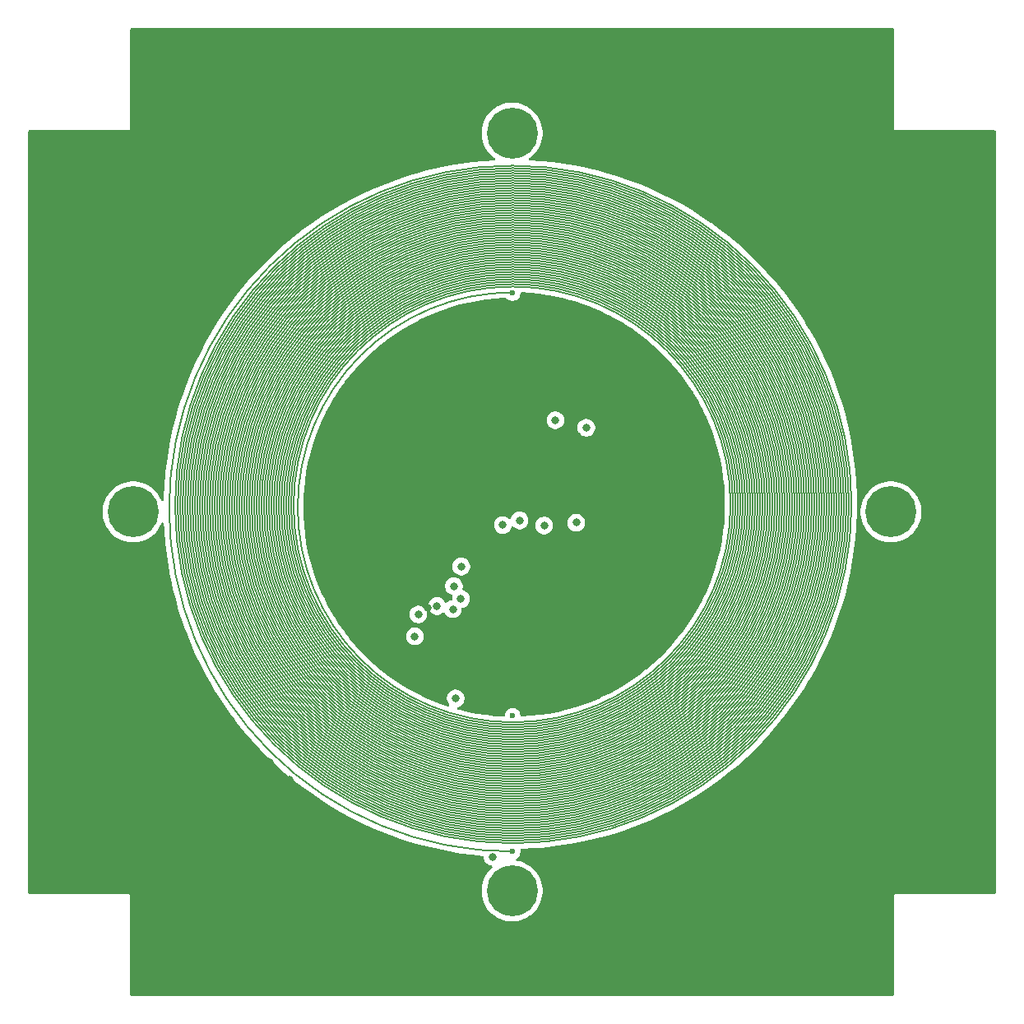
<source format=gbr>
%TF.GenerationSoftware,KiCad,Pcbnew,9.0.0*%
%TF.CreationDate,2025-03-12T18:23:27-07:00*%
%TF.ProjectId,Z_Face_V2,5a5f4661-6365-45f5-9632-2e6b69636164,3.1*%
%TF.SameCoordinates,Original*%
%TF.FileFunction,Copper,L3,Inr*%
%TF.FilePolarity,Positive*%
%FSLAX46Y46*%
G04 Gerber Fmt 4.6, Leading zero omitted, Abs format (unit mm)*
G04 Created by KiCad (PCBNEW 9.0.0) date 2025-03-12 18:23:27*
%MOMM*%
%LPD*%
G01*
G04 APERTURE LIST*
%TA.AperFunction,EtchedComponent*%
%ADD10C,0.127000*%
%TD*%
%TA.AperFunction,HeatsinkPad*%
%ADD11C,0.500000*%
%TD*%
%TA.AperFunction,ComponentPad*%
%ADD12C,0.600000*%
%TD*%
%TA.AperFunction,ComponentPad*%
%ADD13C,5.250000*%
%TD*%
%TA.AperFunction,ViaPad*%
%ADD14C,0.800000*%
%TD*%
G04 APERTURE END LIST*
D10*
%TO.C,REF\u002A\u002A*%
X149564000Y-49352780D02*
G75*
G02*
X149564000Y-119098780I7578J-34873000D01*
G01*
X149564000Y-49606780D02*
G75*
G02*
X149564000Y-118844780I0J-34619000D01*
G01*
X149564000Y-49860780D02*
G75*
G02*
X149564000Y-118590780I0J-34365000D01*
G01*
X149564000Y-50114780D02*
G75*
G02*
X149564000Y-118336780I0J-34111000D01*
G01*
X149564000Y-50368780D02*
G75*
G02*
X149564000Y-118082780I0J-33857000D01*
G01*
X149564000Y-50622780D02*
G75*
G02*
X149564000Y-117828780I0J-33603000D01*
G01*
X149564000Y-50876780D02*
G75*
G02*
X149564000Y-117574780I0J-33349000D01*
G01*
X149564000Y-51130780D02*
G75*
G02*
X149564000Y-117320780I0J-33095000D01*
G01*
X149564000Y-51384780D02*
G75*
G02*
X149564000Y-117066780I0J-32841000D01*
G01*
X149564000Y-51638780D02*
G75*
G02*
X149564000Y-116812780I0J-32587000D01*
G01*
X149564000Y-51892780D02*
G75*
G02*
X149564000Y-116558780I0J-32333000D01*
G01*
X149564000Y-52146780D02*
G75*
G02*
X149564000Y-116304780I0J-32079000D01*
G01*
X149564000Y-52400780D02*
G75*
G02*
X149564000Y-116050780I0J-31825000D01*
G01*
X149564000Y-52654780D02*
G75*
G02*
X149564000Y-115796780I0J-31571000D01*
G01*
X149564000Y-52908780D02*
G75*
G02*
X149564000Y-115542780I0J-31317000D01*
G01*
X149564000Y-53162780D02*
G75*
G02*
X149564000Y-115288780I0J-31063000D01*
G01*
X149564000Y-53416780D02*
G75*
G02*
X149564000Y-115034780I0J-30809000D01*
G01*
X149564000Y-53670780D02*
G75*
G02*
X149564000Y-114780780I0J-30555000D01*
G01*
X149564000Y-53924780D02*
G75*
G02*
X149564000Y-114526780I0J-30301000D01*
G01*
X149564000Y-54178780D02*
G75*
G02*
X149564000Y-114272780I0J-30047000D01*
G01*
X149564000Y-54432780D02*
G75*
G02*
X149564000Y-114018780I0J-29793000D01*
G01*
X149564000Y-54686780D02*
G75*
G02*
X149564000Y-113764780I0J-29539000D01*
G01*
X149564000Y-54940780D02*
G75*
G02*
X149564000Y-113510780I0J-29285000D01*
G01*
X149564000Y-55194780D02*
G75*
G02*
X149564000Y-113256780I0J-29031000D01*
G01*
X149564000Y-55448780D02*
G75*
G02*
X149564000Y-113002780I0J-28777000D01*
G01*
X149564000Y-55702780D02*
G75*
G02*
X149564000Y-112748780I0J-28523000D01*
G01*
X149564000Y-55956780D02*
G75*
G02*
X149564000Y-112494780I0J-28269000D01*
G01*
X149564000Y-56210780D02*
G75*
G02*
X149564000Y-112240780I0J-28015000D01*
G01*
X149564000Y-56464780D02*
G75*
G02*
X149564000Y-111986780I0J-27761000D01*
G01*
X149564000Y-56718780D02*
G75*
G02*
X149564000Y-111732780I0J-27507000D01*
G01*
X149564000Y-56972780D02*
G75*
G02*
X149564000Y-111478780I0J-27253000D01*
G01*
X149564000Y-57226780D02*
G75*
G02*
X149564000Y-111224780I0J-26999000D01*
G01*
X149564000Y-57480780D02*
G75*
G02*
X149564000Y-110970780I0J-26745000D01*
G01*
X149564000Y-57734780D02*
G75*
G02*
X149564000Y-110716780I0J-26491000D01*
G01*
X149564000Y-57988780D02*
G75*
G02*
X149564000Y-110462780I0J-26237000D01*
G01*
X149564000Y-58242780D02*
G75*
G02*
X149564000Y-110208780I0J-25983000D01*
G01*
X149564000Y-58496780D02*
G75*
G02*
X149564000Y-109954780I0J-25729000D01*
G01*
X149564000Y-58750780D02*
G75*
G02*
X149564000Y-109700780I0J-25475000D01*
G01*
X149564000Y-59004780D02*
G75*
G02*
X149564000Y-109446780I0J-25221000D01*
G01*
X149564000Y-59258780D02*
G75*
G02*
X149564000Y-109192780I0J-24967000D01*
G01*
X149564000Y-59512780D02*
G75*
G02*
X149564000Y-108938780I0J-24713000D01*
G01*
X149564000Y-59766780D02*
G75*
G02*
X149564000Y-108684780I0J-24459000D01*
G01*
X149564000Y-60020780D02*
G75*
G02*
X149564000Y-108430780I0J-24205000D01*
G01*
X149564000Y-60274780D02*
G75*
G02*
X149564000Y-108176780I0J-23951000D01*
G01*
X149564000Y-60528780D02*
G75*
G02*
X149564000Y-107922780I0J-23697000D01*
G01*
X149564000Y-60782780D02*
G75*
G02*
X149564000Y-107668780I0J-23443000D01*
G01*
X149564000Y-61036780D02*
G75*
G02*
X149564000Y-107414780I0J-23189000D01*
G01*
X149564000Y-61290780D02*
G75*
G02*
X149564000Y-107160780I0J-22935000D01*
G01*
X149564000Y-61544780D02*
G75*
G02*
X149564000Y-106906780I0J-22681000D01*
G01*
X149564000Y-61798780D02*
G75*
G02*
X149564000Y-106652780I0J-22427000D01*
G01*
X149564000Y-106652780D02*
G75*
G02*
X149564000Y-62398780I-2034J22127000D01*
G01*
X149564000Y-106906780D02*
G75*
G02*
X149564000Y-61798780I0J22554000D01*
G01*
X149564000Y-107160780D02*
G75*
G02*
X149564000Y-61544780I0J22808000D01*
G01*
X149564000Y-107414780D02*
G75*
G02*
X149564000Y-61290780I0J23062000D01*
G01*
X149564000Y-107668780D02*
G75*
G02*
X149564000Y-61036780I0J23316000D01*
G01*
X149564000Y-107922780D02*
G75*
G02*
X149564000Y-60782780I0J23570000D01*
G01*
X149564000Y-108176780D02*
G75*
G02*
X149564000Y-60528780I0J23824000D01*
G01*
X149564000Y-108430780D02*
G75*
G02*
X149564000Y-60274780I0J24078000D01*
G01*
X149564000Y-108684780D02*
G75*
G02*
X149564000Y-60020780I0J24332000D01*
G01*
X149564000Y-108938780D02*
G75*
G02*
X149564000Y-59766780I0J24586000D01*
G01*
X149564000Y-109192780D02*
G75*
G02*
X149564000Y-59512780I0J24840000D01*
G01*
X149564000Y-109446780D02*
G75*
G02*
X149564000Y-59258780I0J25094000D01*
G01*
X149564000Y-109700780D02*
G75*
G02*
X149564000Y-59004780I0J25348000D01*
G01*
X149564000Y-109954780D02*
G75*
G02*
X149564000Y-58750780I0J25602000D01*
G01*
X149564000Y-110208780D02*
G75*
G02*
X149564000Y-58496780I0J25856000D01*
G01*
X149564000Y-110462780D02*
G75*
G02*
X149564000Y-58242780I0J26110000D01*
G01*
X149564000Y-110716780D02*
G75*
G02*
X149564000Y-57988780I0J26364000D01*
G01*
X149564000Y-110970780D02*
G75*
G02*
X149564000Y-57734780I0J26618000D01*
G01*
X149564000Y-111224780D02*
G75*
G02*
X149564000Y-57480780I0J26872000D01*
G01*
X149564000Y-111478780D02*
G75*
G02*
X149564000Y-57226780I0J27126000D01*
G01*
X149564000Y-111732780D02*
G75*
G02*
X149564000Y-56972780I0J27380000D01*
G01*
X149564000Y-111986780D02*
G75*
G02*
X149564000Y-56718780I0J27634000D01*
G01*
X149564000Y-112240780D02*
G75*
G02*
X149564000Y-56464780I0J27888000D01*
G01*
X149564000Y-112494780D02*
G75*
G02*
X149564000Y-56210780I0J28142000D01*
G01*
X149564000Y-112748780D02*
G75*
G02*
X149564000Y-55956780I0J28396000D01*
G01*
X149564000Y-113002780D02*
G75*
G02*
X149564000Y-55702780I0J28650000D01*
G01*
X149564000Y-113256780D02*
G75*
G02*
X149564000Y-55448780I0J28904000D01*
G01*
X149564000Y-113510780D02*
G75*
G02*
X149564000Y-55194780I0J29158000D01*
G01*
X149564000Y-113764780D02*
G75*
G02*
X149564000Y-54940780I0J29412000D01*
G01*
X149564000Y-114018780D02*
G75*
G02*
X149564000Y-54686780I0J29666000D01*
G01*
X149564000Y-114272780D02*
G75*
G02*
X149564000Y-54432780I0J29920000D01*
G01*
X149564000Y-114526780D02*
G75*
G02*
X149564000Y-54178780I0J30174000D01*
G01*
X149564000Y-114780780D02*
G75*
G02*
X149564000Y-53924780I0J30428000D01*
G01*
X149564000Y-115034780D02*
G75*
G02*
X149564000Y-53670780I0J30682000D01*
G01*
X149564000Y-115288780D02*
G75*
G02*
X149564000Y-53416780I0J30936000D01*
G01*
X149564000Y-115542780D02*
G75*
G02*
X149564000Y-53162780I0J31190000D01*
G01*
X149564000Y-115796780D02*
G75*
G02*
X149564000Y-52908780I0J31444000D01*
G01*
X149564000Y-116050780D02*
G75*
G02*
X149564000Y-52654780I0J31698000D01*
G01*
X149564000Y-116304780D02*
G75*
G02*
X149564000Y-52400780I0J31952000D01*
G01*
X149564000Y-116558780D02*
G75*
G02*
X149564000Y-52146780I0J32206000D01*
G01*
X149564000Y-116812780D02*
G75*
G02*
X149564000Y-51892780I0J32460000D01*
G01*
X149564000Y-117066780D02*
G75*
G02*
X149564000Y-51638780I0J32714000D01*
G01*
X149564000Y-117320780D02*
G75*
G02*
X149564000Y-51384780I0J32968000D01*
G01*
X149564000Y-117574780D02*
G75*
G02*
X149564000Y-51130780I0J33222000D01*
G01*
X149564000Y-117828780D02*
G75*
G02*
X149564000Y-50876780I0J33476000D01*
G01*
X149564000Y-118082780D02*
G75*
G02*
X149564000Y-50622780I0J33730000D01*
G01*
X149564000Y-118336780D02*
G75*
G02*
X149564000Y-50368780I0J33984000D01*
G01*
X149564000Y-118590780D02*
G75*
G02*
X149564000Y-50114780I0J34238000D01*
G01*
X149564000Y-118844780D02*
G75*
G02*
X149564000Y-49860780I0J34492000D01*
G01*
X149564000Y-119098780D02*
G75*
G02*
X149564000Y-49606780I0J34746000D01*
G01*
X149564000Y-119952780D02*
G75*
G02*
X149564000Y-49352780I-65215J35300000D01*
G01*
%TD*%
D11*
%TO.N,GND*%
%TO.C,U3*%
X161441422Y-71602944D03*
X160522183Y-72522183D03*
X162219239Y-72380761D03*
X161300000Y-73300000D03*
%TD*%
D12*
%TO.N,*%
%TO.C,REF\u002A\u002A*%
X149564000Y-105988780D03*
X149564000Y-62462780D03*
X149564000Y-119952780D03*
%TD*%
D13*
%TO.N,unconnected-(J4-Pin_1-Pad1)*%
%TO.C,J4*%
X110500000Y-85000000D03*
%TD*%
%TO.N,unconnected-(J5-Pin_1-Pad1)*%
%TO.C,J5*%
X149500000Y-124000000D03*
%TD*%
%TO.N,unconnected-(J6-Pin_1-Pad1)*%
%TO.C,J6*%
X149500000Y-46000000D03*
%TD*%
%TO.N,unconnected-(J7-Pin_1-Pad1)*%
%TO.C,J7*%
X188500000Y-85000000D03*
%TD*%
D14*
%TO.N,GND*%
X139200000Y-66200000D03*
X131400000Y-53100000D03*
X126300000Y-46300000D03*
X161000000Y-66300000D03*
X166300000Y-52200000D03*
X189800000Y-68600000D03*
X194000000Y-72600000D03*
X188500000Y-107500000D03*
X191700000Y-114800000D03*
X189000000Y-114900000D03*
X137700000Y-121700000D03*
X135200000Y-122700000D03*
X116700000Y-122800000D03*
X114700000Y-120600000D03*
X126600000Y-112600000D03*
X124600000Y-110800000D03*
X111400000Y-75200000D03*
X108700000Y-77900000D03*
X148000000Y-79700000D03*
X145800000Y-77800000D03*
X143900000Y-83700000D03*
X142000000Y-81700000D03*
X166300000Y-71100000D03*
X164500000Y-69100000D03*
X166800000Y-74500000D03*
X168900000Y-76500000D03*
X184500000Y-70900000D03*
X184500000Y-73700000D03*
X137900000Y-98900000D03*
X137900000Y-101300000D03*
X175000000Y-111000000D03*
X172300000Y-113300000D03*
X163200000Y-99500000D03*
X160900000Y-101600000D03*
X151200000Y-92000000D03*
X156400000Y-87900000D03*
%TO.N,+3V3*%
X152800000Y-86400000D03*
%TO.N,SCL*%
X150276396Y-85876396D03*
%TO.N,SDA*%
X148545000Y-86345000D03*
%TO.N,GND*%
X140802156Y-94889337D03*
%TO.N,VSOLAR*%
X156100000Y-86100000D03*
%TO.N,GND*%
X154100000Y-85600000D03*
X150800000Y-82300000D03*
X146500000Y-86500000D03*
X149700000Y-89700000D03*
%TO.N,+3V3*%
X143400000Y-95000000D03*
X139854705Y-95552837D03*
%TO.N,GND*%
X161400000Y-74700000D03*
X159200000Y-72600000D03*
X160200000Y-73600000D03*
%TO.N,Net-(U2-OUT+)*%
X139500000Y-97800000D03*
%TO.N,GND*%
X162122280Y-69077720D03*
%TO.N,Net-(U2-OUT+)*%
X143700000Y-104200000D03*
%TO.N,GND*%
X156260000Y-77181974D03*
X162420000Y-71460000D03*
X137946283Y-91716283D03*
%TO.N,Net-(U2-OUT+)*%
X147500000Y-120500000D03*
%TO.N,GND*%
X171630000Y-123540000D03*
X119890000Y-126760000D03*
X111040000Y-62950000D03*
X164540000Y-46420000D03*
%TO.N,SDA*%
X144270000Y-90620000D03*
X153961802Y-75551802D03*
X144245000Y-93955000D03*
X157140000Y-76330000D03*
%TO.N,SCL*%
X143511396Y-92641396D03*
%TO.N,Net-(U2-OUT+)*%
X141780000Y-94680000D03*
%TD*%
%TA.AperFunction,Conductor*%
%TO.N,GND*%
G36*
X151414782Y-62449343D02*
G01*
X151420089Y-62449796D01*
X152337341Y-62547515D01*
X152342577Y-62548185D01*
X153161224Y-62670730D01*
X153254867Y-62684748D01*
X153260139Y-62685652D01*
X153327145Y-62698611D01*
X154165784Y-62860805D01*
X154170984Y-62861925D01*
X155068399Y-63075361D01*
X155073546Y-63076702D01*
X155961076Y-63328029D01*
X155966155Y-63329584D01*
X156842244Y-63618360D01*
X156847265Y-63620134D01*
X157631187Y-63915974D01*
X157710269Y-63945818D01*
X157715226Y-63947809D01*
X158563684Y-64309849D01*
X158568504Y-64312028D01*
X159400807Y-64709740D01*
X159405547Y-64712130D01*
X160220237Y-65144816D01*
X160224844Y-65147389D01*
X161020459Y-65614275D01*
X161024965Y-65617050D01*
X161800003Y-66117252D01*
X161804414Y-66120233D01*
X162557535Y-66652886D01*
X162561805Y-66656043D01*
X163291637Y-67220177D01*
X163295791Y-67223532D01*
X164001005Y-67818116D01*
X164005016Y-67821647D01*
X164625446Y-68391513D01*
X164684360Y-68445626D01*
X164688221Y-68449327D01*
X165340452Y-69101558D01*
X165344153Y-69105419D01*
X165968129Y-69784759D01*
X165971663Y-69788774D01*
X166566241Y-70493980D01*
X166569600Y-70498140D01*
X166946657Y-70985947D01*
X167133724Y-71227959D01*
X167136904Y-71232259D01*
X167669539Y-71985355D01*
X167672534Y-71989787D01*
X168139741Y-72713700D01*
X168172714Y-72764789D01*
X168175512Y-72769333D01*
X168305211Y-72990352D01*
X168642372Y-73564904D01*
X168644971Y-73569558D01*
X168937243Y-74119865D01*
X169077640Y-74384214D01*
X169080048Y-74388990D01*
X169350562Y-74955104D01*
X169477738Y-75221248D01*
X169479939Y-75226116D01*
X169505834Y-75286802D01*
X169841967Y-76074547D01*
X169843961Y-76079510D01*
X170169643Y-76942510D01*
X170171425Y-76947553D01*
X170460187Y-77823599D01*
X170461753Y-77828714D01*
X170713073Y-78716219D01*
X170714421Y-78721395D01*
X170927850Y-79618780D01*
X170928977Y-79624009D01*
X171104127Y-80529640D01*
X171105031Y-80534912D01*
X171241589Y-81447168D01*
X171242268Y-81452473D01*
X171339982Y-82369678D01*
X171340436Y-82375008D01*
X171399137Y-83295558D01*
X171399364Y-83300902D01*
X171418943Y-84223106D01*
X171418943Y-84228454D01*
X171399364Y-85150657D01*
X171399137Y-85156001D01*
X171340436Y-86076551D01*
X171339982Y-86081881D01*
X171242268Y-86999086D01*
X171241589Y-87004391D01*
X171105031Y-87916647D01*
X171104127Y-87921919D01*
X170928977Y-88827550D01*
X170927850Y-88832779D01*
X170714421Y-89730164D01*
X170713073Y-89735340D01*
X170461753Y-90622845D01*
X170460187Y-90627960D01*
X170171425Y-91504006D01*
X170169643Y-91509049D01*
X169843961Y-92372049D01*
X169841967Y-92377012D01*
X169479942Y-93225437D01*
X169477738Y-93230311D01*
X169080048Y-94062569D01*
X169077640Y-94067345D01*
X168644980Y-94881986D01*
X168642372Y-94886655D01*
X168175519Y-95682215D01*
X168172714Y-95686770D01*
X167672534Y-96461772D01*
X167669539Y-96466204D01*
X167136904Y-97219300D01*
X167133724Y-97223600D01*
X166569602Y-97953417D01*
X166566241Y-97957579D01*
X165971663Y-98662785D01*
X165968129Y-98666800D01*
X165344153Y-99346140D01*
X165340452Y-99350001D01*
X164688221Y-100002232D01*
X164684360Y-100005933D01*
X164005020Y-100629909D01*
X164001005Y-100633443D01*
X163295799Y-101228021D01*
X163291637Y-101231382D01*
X162561820Y-101795504D01*
X162557520Y-101798684D01*
X161804424Y-102331319D01*
X161799992Y-102334314D01*
X161024990Y-102834494D01*
X161020435Y-102837299D01*
X160224875Y-103304152D01*
X160220206Y-103306760D01*
X159405565Y-103739420D01*
X159400789Y-103741828D01*
X158568531Y-104139518D01*
X158563657Y-104141722D01*
X157715232Y-104503747D01*
X157710269Y-104505741D01*
X156847269Y-104831423D01*
X156842226Y-104833205D01*
X155966180Y-105121967D01*
X155961065Y-105123533D01*
X155073560Y-105374853D01*
X155068384Y-105376201D01*
X154170999Y-105589630D01*
X154165770Y-105590757D01*
X153260139Y-105765907D01*
X153254867Y-105766811D01*
X152342611Y-105903369D01*
X152337306Y-105904048D01*
X151420101Y-106001762D01*
X151414771Y-106002216D01*
X150506518Y-106060133D01*
X150437263Y-106044506D01*
X150387450Y-105993918D01*
X150372500Y-105934388D01*
X150372500Y-105909151D01*
X150372499Y-105909147D01*
X150371485Y-105904048D01*
X150341430Y-105752949D01*
X150280483Y-105605812D01*
X150192003Y-105473391D01*
X150192001Y-105473389D01*
X150191996Y-105473383D01*
X150079396Y-105360783D01*
X150079390Y-105360778D01*
X150079389Y-105360777D01*
X149946968Y-105272297D01*
X149799831Y-105211350D01*
X149721730Y-105195815D01*
X149643632Y-105180280D01*
X149643630Y-105180280D01*
X149484370Y-105180280D01*
X149484367Y-105180280D01*
X149367219Y-105203582D01*
X149328169Y-105211350D01*
X149181032Y-105272297D01*
X149048609Y-105360778D01*
X149048603Y-105360783D01*
X148936003Y-105473383D01*
X148935998Y-105473389D01*
X148847517Y-105605812D01*
X148786571Y-105752947D01*
X148786570Y-105752950D01*
X148755500Y-105909147D01*
X148755500Y-105933938D01*
X148735498Y-106002059D01*
X148681842Y-106048552D01*
X148621493Y-106059683D01*
X147738516Y-106003456D01*
X147733186Y-106003003D01*
X146828563Y-105906708D01*
X146823257Y-105906029D01*
X145923553Y-105771426D01*
X145918281Y-105770523D01*
X145025065Y-105597848D01*
X145019836Y-105596721D01*
X144134801Y-105386302D01*
X144129624Y-105384955D01*
X143919591Y-105325496D01*
X143859494Y-105287695D01*
X143829375Y-105223404D01*
X143838795Y-105153035D01*
X143884764Y-105098929D01*
X143929328Y-105080682D01*
X143965000Y-105073587D01*
X144130336Y-105005102D01*
X144279135Y-104905678D01*
X144405678Y-104779135D01*
X144505102Y-104630336D01*
X144573587Y-104465000D01*
X144608500Y-104289479D01*
X144608500Y-104110521D01*
X144573587Y-103935000D01*
X144505102Y-103769664D01*
X144405678Y-103620865D01*
X144279135Y-103494322D01*
X144130336Y-103394898D01*
X144004805Y-103342901D01*
X143965003Y-103326414D01*
X143965001Y-103326413D01*
X143965000Y-103326413D01*
X143866197Y-103306760D01*
X143789481Y-103291500D01*
X143789479Y-103291500D01*
X143610521Y-103291500D01*
X143610518Y-103291500D01*
X143479771Y-103317507D01*
X143435000Y-103326413D01*
X143434999Y-103326413D01*
X143434996Y-103326414D01*
X143269662Y-103394899D01*
X143120869Y-103494319D01*
X143120862Y-103494324D01*
X142994324Y-103620862D01*
X142994319Y-103620869D01*
X142914268Y-103740675D01*
X142894898Y-103769664D01*
X142883821Y-103796407D01*
X142826414Y-103934996D01*
X142791500Y-104110518D01*
X142791500Y-104110521D01*
X142791500Y-104289479D01*
X142826413Y-104465000D01*
X142894898Y-104630336D01*
X142994322Y-104779135D01*
X142994324Y-104779137D01*
X143026163Y-104810976D01*
X143060189Y-104873288D01*
X143055124Y-104944103D01*
X143012577Y-105000939D01*
X142946057Y-105025750D01*
X142897632Y-105019741D01*
X142385130Y-104850852D01*
X142380087Y-104849070D01*
X141528946Y-104527932D01*
X141523982Y-104525938D01*
X140687210Y-104168951D01*
X140682336Y-104166748D01*
X139861485Y-103774576D01*
X139856708Y-103772168D01*
X139053242Y-103345509D01*
X139048572Y-103342901D01*
X138263913Y-102882509D01*
X138259358Y-102879704D01*
X137494982Y-102386445D01*
X137490550Y-102383450D01*
X136747790Y-101858188D01*
X136743489Y-101855008D01*
X136670613Y-101798684D01*
X136023663Y-101298670D01*
X136019504Y-101295312D01*
X135788024Y-101100165D01*
X135323964Y-100708944D01*
X135319975Y-100705433D01*
X134649932Y-100090056D01*
X134646070Y-100086355D01*
X134002766Y-99443111D01*
X133999064Y-99439249D01*
X133917082Y-99350001D01*
X133383639Y-98769276D01*
X133380105Y-98765261D01*
X132793673Y-98069774D01*
X132790312Y-98065612D01*
X132570603Y-97781392D01*
X132515816Y-97710518D01*
X138591500Y-97710518D01*
X138591500Y-97889481D01*
X138626414Y-98065003D01*
X138628390Y-98069774D01*
X138694898Y-98230336D01*
X138794322Y-98379135D01*
X138920865Y-98505678D01*
X139069664Y-98605102D01*
X139235000Y-98673587D01*
X139410521Y-98708500D01*
X139410522Y-98708500D01*
X139589478Y-98708500D01*
X139589479Y-98708500D01*
X139765000Y-98673587D01*
X139930336Y-98605102D01*
X140079135Y-98505678D01*
X140205678Y-98379135D01*
X140305102Y-98230336D01*
X140373587Y-98065000D01*
X140408500Y-97889479D01*
X140408500Y-97710521D01*
X140373587Y-97535000D01*
X140305102Y-97369664D01*
X140205678Y-97220865D01*
X140079135Y-97094322D01*
X139930336Y-96994898D01*
X139813429Y-96946473D01*
X139765003Y-96926414D01*
X139765001Y-96926413D01*
X139765000Y-96926413D01*
X139676645Y-96908838D01*
X139589481Y-96891500D01*
X139589479Y-96891500D01*
X139410521Y-96891500D01*
X139410518Y-96891500D01*
X139279771Y-96917507D01*
X139235000Y-96926413D01*
X139234999Y-96926413D01*
X139234996Y-96926414D01*
X139069662Y-96994899D01*
X138920869Y-97094319D01*
X138920862Y-97094324D01*
X138794324Y-97220862D01*
X138794319Y-97220869D01*
X138694899Y-97369662D01*
X138626414Y-97534996D01*
X138591500Y-97710518D01*
X132515816Y-97710518D01*
X132233922Y-97345855D01*
X132230742Y-97341554D01*
X131705408Y-96598838D01*
X131702412Y-96594407D01*
X131616804Y-96461772D01*
X131209071Y-95830056D01*
X131206271Y-95825510D01*
X131194294Y-95805102D01*
X130993735Y-95463355D01*
X138946205Y-95463355D01*
X138946205Y-95463358D01*
X138946205Y-95642316D01*
X138981118Y-95817837D01*
X139049603Y-95983173D01*
X139149027Y-96131972D01*
X139275570Y-96258515D01*
X139424369Y-96357939D01*
X139589705Y-96426424D01*
X139765226Y-96461337D01*
X139765227Y-96461337D01*
X139944183Y-96461337D01*
X139944184Y-96461337D01*
X140119705Y-96426424D01*
X140285041Y-96357939D01*
X140433840Y-96258515D01*
X140560383Y-96131972D01*
X140659807Y-95983173D01*
X140728292Y-95817837D01*
X140763205Y-95642316D01*
X140763205Y-95463358D01*
X140728292Y-95287837D01*
X140659807Y-95122501D01*
X140560383Y-94973702D01*
X140433840Y-94847159D01*
X140285041Y-94747735D01*
X140171130Y-94700551D01*
X140119708Y-94679251D01*
X140119706Y-94679250D01*
X140119705Y-94679250D01*
X140026347Y-94660680D01*
X139944186Y-94644337D01*
X139944184Y-94644337D01*
X139765226Y-94644337D01*
X139765223Y-94644337D01*
X139634476Y-94670344D01*
X139589705Y-94679250D01*
X139589704Y-94679250D01*
X139589701Y-94679251D01*
X139424367Y-94747736D01*
X139275574Y-94847156D01*
X139275567Y-94847161D01*
X139149029Y-94973699D01*
X139149024Y-94973706D01*
X139049604Y-95122499D01*
X138981119Y-95287833D01*
X138946205Y-95463355D01*
X130993735Y-95463355D01*
X130745818Y-95040911D01*
X130743209Y-95036241D01*
X130506467Y-94590518D01*
X140871500Y-94590518D01*
X140871500Y-94769481D01*
X140906414Y-94945003D01*
X140926473Y-94993429D01*
X140974898Y-95110336D01*
X141074322Y-95259135D01*
X141200865Y-95385678D01*
X141349664Y-95485102D01*
X141515000Y-95553587D01*
X141690521Y-95588500D01*
X141690522Y-95588500D01*
X141869478Y-95588500D01*
X141869479Y-95588500D01*
X142045000Y-95553587D01*
X142210336Y-95485102D01*
X142359135Y-95385678D01*
X142379424Y-95365389D01*
X142441736Y-95331363D01*
X142512551Y-95336428D01*
X142569387Y-95378975D01*
X142584927Y-95406264D01*
X142594898Y-95430336D01*
X142694322Y-95579135D01*
X142820865Y-95705678D01*
X142969664Y-95805102D01*
X143135000Y-95873587D01*
X143310521Y-95908500D01*
X143310522Y-95908500D01*
X143489478Y-95908500D01*
X143489479Y-95908500D01*
X143665000Y-95873587D01*
X143830336Y-95805102D01*
X143979135Y-95705678D01*
X144105678Y-95579135D01*
X144205102Y-95430336D01*
X144273587Y-95265000D01*
X144308500Y-95089479D01*
X144308500Y-94972073D01*
X144328502Y-94903952D01*
X144382158Y-94857459D01*
X144409917Y-94848494D01*
X144510000Y-94828587D01*
X144675336Y-94760102D01*
X144824135Y-94660678D01*
X144950678Y-94534135D01*
X145050102Y-94385336D01*
X145118587Y-94220000D01*
X145153500Y-94044479D01*
X145153500Y-93865521D01*
X145118587Y-93690000D01*
X145050102Y-93524664D01*
X144950678Y-93375865D01*
X144824135Y-93249322D01*
X144675336Y-93149898D01*
X144558429Y-93101473D01*
X144510003Y-93081414D01*
X144510001Y-93081413D01*
X144510000Y-93081413D01*
X144478102Y-93075068D01*
X144415195Y-93042161D01*
X144380063Y-92980466D01*
X144383706Y-92912484D01*
X144383184Y-92912326D01*
X144383829Y-92910197D01*
X144383863Y-92909571D01*
X144384613Y-92907613D01*
X144384979Y-92906405D01*
X144384983Y-92906396D01*
X144419896Y-92730875D01*
X144419896Y-92551917D01*
X144384983Y-92376396D01*
X144316498Y-92211060D01*
X144217074Y-92062261D01*
X144090531Y-91935718D01*
X143941732Y-91836294D01*
X143824825Y-91787869D01*
X143776399Y-91767810D01*
X143776397Y-91767809D01*
X143776396Y-91767809D01*
X143688041Y-91750234D01*
X143600877Y-91732896D01*
X143600875Y-91732896D01*
X143421917Y-91732896D01*
X143421914Y-91732896D01*
X143291167Y-91758903D01*
X143246396Y-91767809D01*
X143246395Y-91767809D01*
X143246392Y-91767810D01*
X143081058Y-91836295D01*
X142932265Y-91935715D01*
X142932258Y-91935720D01*
X142805720Y-92062258D01*
X142805715Y-92062265D01*
X142706295Y-92211058D01*
X142637810Y-92376392D01*
X142637809Y-92376395D01*
X142637809Y-92376396D01*
X142628903Y-92421167D01*
X142602896Y-92551914D01*
X142602896Y-92551917D01*
X142602896Y-92730875D01*
X142637809Y-92906396D01*
X142706294Y-93071732D01*
X142805718Y-93220531D01*
X142932261Y-93347074D01*
X143081060Y-93446498D01*
X143246396Y-93514983D01*
X143278290Y-93521327D01*
X143341198Y-93554232D01*
X143376331Y-93615926D01*
X143372688Y-93683911D01*
X143373212Y-93684070D01*
X143372566Y-93686198D01*
X143372533Y-93686821D01*
X143371787Y-93688767D01*
X143371413Y-93689999D01*
X143336500Y-93865518D01*
X143336500Y-93982926D01*
X143316498Y-94051047D01*
X143262842Y-94097540D01*
X143235083Y-94106505D01*
X143167585Y-94119931D01*
X143135000Y-94126413D01*
X143134999Y-94126413D01*
X143134996Y-94126414D01*
X142969662Y-94194899D01*
X142820869Y-94294319D01*
X142820866Y-94294321D01*
X142800575Y-94314612D01*
X142738262Y-94348636D01*
X142667446Y-94343570D01*
X142610611Y-94301022D01*
X142595073Y-94273734D01*
X142585104Y-94249669D01*
X142585102Y-94249664D01*
X142548509Y-94194899D01*
X142485678Y-94100865D01*
X142359135Y-93974322D01*
X142210336Y-93874898D01*
X142093429Y-93826473D01*
X142045003Y-93806414D01*
X142045001Y-93806413D01*
X142045000Y-93806413D01*
X141956645Y-93788838D01*
X141869481Y-93771500D01*
X141869479Y-93771500D01*
X141690521Y-93771500D01*
X141690518Y-93771500D01*
X141559771Y-93797507D01*
X141515000Y-93806413D01*
X141514999Y-93806413D01*
X141514996Y-93806414D01*
X141383902Y-93860716D01*
X141372300Y-93865522D01*
X141349662Y-93874899D01*
X141200869Y-93974319D01*
X141200862Y-93974324D01*
X141074324Y-94100862D01*
X141074319Y-94100869D01*
X140974899Y-94249662D01*
X140906414Y-94414996D01*
X140906413Y-94414999D01*
X140906413Y-94415000D01*
X140897507Y-94459771D01*
X140871500Y-94590518D01*
X130506467Y-94590518D01*
X130316471Y-94232806D01*
X130314063Y-94228030D01*
X130192822Y-93974322D01*
X129921805Y-93407195D01*
X129919607Y-93402331D01*
X129811886Y-93149898D01*
X129562544Y-92565593D01*
X129560557Y-92560648D01*
X129557262Y-92551918D01*
X129239333Y-91709513D01*
X129237552Y-91704472D01*
X128952730Y-90840433D01*
X128951181Y-90835375D01*
X128864848Y-90530518D01*
X143361500Y-90530518D01*
X143361500Y-90530521D01*
X143361500Y-90709479D01*
X143396413Y-90885000D01*
X143464898Y-91050336D01*
X143564322Y-91199135D01*
X143690865Y-91325678D01*
X143839664Y-91425102D01*
X144005000Y-91493587D01*
X144180521Y-91528500D01*
X144180522Y-91528500D01*
X144359478Y-91528500D01*
X144359479Y-91528500D01*
X144535000Y-91493587D01*
X144700336Y-91425102D01*
X144849135Y-91325678D01*
X144975678Y-91199135D01*
X145075102Y-91050336D01*
X145143587Y-90885000D01*
X145178500Y-90709479D01*
X145178500Y-90530521D01*
X145143587Y-90355000D01*
X145075102Y-90189664D01*
X144975678Y-90040865D01*
X144849135Y-89914322D01*
X144700336Y-89814898D01*
X144583429Y-89766473D01*
X144535003Y-89746414D01*
X144535001Y-89746413D01*
X144535000Y-89746413D01*
X144446645Y-89728838D01*
X144359481Y-89711500D01*
X144359479Y-89711500D01*
X144180521Y-89711500D01*
X144180518Y-89711500D01*
X144060668Y-89735340D01*
X144005000Y-89746413D01*
X144004999Y-89746413D01*
X144004996Y-89746414D01*
X143839662Y-89814899D01*
X143690869Y-89914319D01*
X143690862Y-89914324D01*
X143564324Y-90040862D01*
X143564319Y-90040869D01*
X143464899Y-90189662D01*
X143396414Y-90354996D01*
X143361500Y-90530518D01*
X128864848Y-90530518D01*
X128703297Y-89960054D01*
X128701949Y-89954878D01*
X128652366Y-89746414D01*
X128491432Y-89069795D01*
X128490322Y-89064646D01*
X128317556Y-88171395D01*
X128316663Y-88166190D01*
X128181968Y-87266429D01*
X128181297Y-87261194D01*
X128084914Y-86356538D01*
X128084461Y-86351215D01*
X128078475Y-86257350D01*
X128078358Y-86255521D01*
X128078358Y-86255518D01*
X147636500Y-86255518D01*
X147636500Y-86255521D01*
X147636500Y-86434479D01*
X147671413Y-86610000D01*
X147739898Y-86775336D01*
X147839322Y-86924135D01*
X147965865Y-87050678D01*
X148114664Y-87150102D01*
X148280000Y-87218587D01*
X148455521Y-87253500D01*
X148455522Y-87253500D01*
X148634478Y-87253500D01*
X148634479Y-87253500D01*
X148810000Y-87218587D01*
X148975336Y-87150102D01*
X149124135Y-87050678D01*
X149250678Y-86924135D01*
X149350102Y-86775336D01*
X149418587Y-86610000D01*
X149423466Y-86585467D01*
X149456372Y-86522558D01*
X149518066Y-86487426D01*
X149588961Y-86491225D01*
X149636140Y-86520953D01*
X149697261Y-86582074D01*
X149846060Y-86681498D01*
X150011396Y-86749983D01*
X150186917Y-86784896D01*
X150186918Y-86784896D01*
X150365874Y-86784896D01*
X150365875Y-86784896D01*
X150541396Y-86749983D01*
X150706732Y-86681498D01*
X150855531Y-86582074D01*
X150982074Y-86455531D01*
X151078968Y-86310518D01*
X151891500Y-86310518D01*
X151891500Y-86489481D01*
X151898080Y-86522558D01*
X151926413Y-86665000D01*
X151994898Y-86830336D01*
X152094322Y-86979135D01*
X152220865Y-87105678D01*
X152369664Y-87205102D01*
X152535000Y-87273587D01*
X152710521Y-87308500D01*
X152710522Y-87308500D01*
X152889478Y-87308500D01*
X152889479Y-87308500D01*
X153065000Y-87273587D01*
X153230336Y-87205102D01*
X153379135Y-87105678D01*
X153505678Y-86979135D01*
X153605102Y-86830336D01*
X153673587Y-86665000D01*
X153708500Y-86489479D01*
X153708500Y-86310521D01*
X153673587Y-86135000D01*
X153659572Y-86101164D01*
X153639435Y-86052549D01*
X153639434Y-86052547D01*
X153622025Y-86010518D01*
X155191500Y-86010518D01*
X155191500Y-86189481D01*
X155193797Y-86201028D01*
X155226413Y-86365000D01*
X155294898Y-86530336D01*
X155394322Y-86679135D01*
X155520865Y-86805678D01*
X155669664Y-86905102D01*
X155835000Y-86973587D01*
X156010521Y-87008500D01*
X156010522Y-87008500D01*
X156189478Y-87008500D01*
X156189479Y-87008500D01*
X156365000Y-86973587D01*
X156530336Y-86905102D01*
X156679135Y-86805678D01*
X156805678Y-86679135D01*
X156905102Y-86530336D01*
X156973587Y-86365000D01*
X157008500Y-86189479D01*
X157008500Y-86010521D01*
X156973587Y-85835000D01*
X156905102Y-85669664D01*
X156805678Y-85520865D01*
X156679135Y-85394322D01*
X156530336Y-85294898D01*
X156413429Y-85246473D01*
X156365003Y-85226414D01*
X156365001Y-85226413D01*
X156365000Y-85226413D01*
X156276645Y-85208838D01*
X156189481Y-85191500D01*
X156189479Y-85191500D01*
X156010521Y-85191500D01*
X156010518Y-85191500D01*
X155879771Y-85217507D01*
X155835000Y-85226413D01*
X155834999Y-85226413D01*
X155834996Y-85226414D01*
X155669662Y-85294899D01*
X155520869Y-85394319D01*
X155520862Y-85394324D01*
X155394324Y-85520862D01*
X155394319Y-85520869D01*
X155315172Y-85639322D01*
X155294898Y-85669664D01*
X155284684Y-85694322D01*
X155226414Y-85834996D01*
X155226413Y-85834999D01*
X155226413Y-85835000D01*
X155217507Y-85879771D01*
X155191500Y-86010518D01*
X153622025Y-86010518D01*
X153605104Y-85969669D01*
X153605102Y-85969664D01*
X153568351Y-85914662D01*
X153505678Y-85820865D01*
X153379135Y-85694322D01*
X153230336Y-85594898D01*
X153097558Y-85539899D01*
X153065003Y-85526414D01*
X153065001Y-85526413D01*
X153065000Y-85526413D01*
X152976645Y-85508838D01*
X152889481Y-85491500D01*
X152889479Y-85491500D01*
X152710521Y-85491500D01*
X152710518Y-85491500D01*
X152579771Y-85517507D01*
X152535000Y-85526413D01*
X152534999Y-85526413D01*
X152534996Y-85526414D01*
X152369662Y-85594899D01*
X152220869Y-85694319D01*
X152220862Y-85694324D01*
X152094324Y-85820862D01*
X152094319Y-85820869D01*
X151994899Y-85969662D01*
X151926414Y-86134996D01*
X151926413Y-86134999D01*
X151926413Y-86135000D01*
X151921668Y-86158856D01*
X151891500Y-86310518D01*
X151078968Y-86310518D01*
X151081498Y-86306732D01*
X151149983Y-86141396D01*
X151184896Y-85965875D01*
X151184896Y-85786917D01*
X151149983Y-85611396D01*
X151081498Y-85446060D01*
X150982074Y-85297261D01*
X150855531Y-85170718D01*
X150706732Y-85071294D01*
X150589825Y-85022869D01*
X150541399Y-85002810D01*
X150541397Y-85002809D01*
X150541396Y-85002809D01*
X150453041Y-84985234D01*
X150365877Y-84967896D01*
X150365875Y-84967896D01*
X150186917Y-84967896D01*
X150186914Y-84967896D01*
X150056167Y-84993903D01*
X150011396Y-85002809D01*
X150011395Y-85002809D01*
X150011392Y-85002810D01*
X149846058Y-85071295D01*
X149697265Y-85170715D01*
X149697258Y-85170720D01*
X149570720Y-85297258D01*
X149570715Y-85297265D01*
X149471295Y-85446058D01*
X149402808Y-85611396D01*
X149397928Y-85635931D01*
X149365020Y-85698840D01*
X149303324Y-85733970D01*
X149232429Y-85730169D01*
X149185255Y-85700442D01*
X149124137Y-85639324D01*
X149124135Y-85639322D01*
X148975336Y-85539898D01*
X148858429Y-85491473D01*
X148810003Y-85471414D01*
X148810001Y-85471413D01*
X148810000Y-85471413D01*
X148721645Y-85453838D01*
X148634481Y-85436500D01*
X148634479Y-85436500D01*
X148455521Y-85436500D01*
X148455518Y-85436500D01*
X148324771Y-85462507D01*
X148280000Y-85471413D01*
X148279999Y-85471413D01*
X148279996Y-85471414D01*
X148114662Y-85539899D01*
X147965869Y-85639319D01*
X147965862Y-85639324D01*
X147839324Y-85765862D01*
X147839319Y-85765869D01*
X147739899Y-85914662D01*
X147671414Y-86079996D01*
X147636500Y-86255518D01*
X128078358Y-86255518D01*
X128026563Y-85443313D01*
X128026337Y-85437979D01*
X128025410Y-85394319D01*
X128007026Y-84528417D01*
X128007026Y-84523142D01*
X128026337Y-83613569D01*
X128026564Y-83608236D01*
X128035688Y-83465172D01*
X128084461Y-82700332D01*
X128084915Y-82695014D01*
X128181298Y-81790359D01*
X128181967Y-81785136D01*
X128316665Y-80885362D01*
X128317554Y-80880172D01*
X128490324Y-79986903D01*
X128491430Y-79981774D01*
X128701949Y-79096678D01*
X128703297Y-79091505D01*
X128802630Y-78740744D01*
X128951185Y-78216170D01*
X128952726Y-78211139D01*
X129237557Y-77347071D01*
X129239334Y-77342044D01*
X129560571Y-76490875D01*
X129562537Y-76485983D01*
X129919619Y-75649201D01*
X129921797Y-75644382D01*
X130008800Y-75462320D01*
X153053302Y-75462320D01*
X153053302Y-75641283D01*
X153070640Y-75728447D01*
X153088215Y-75816802D01*
X153156700Y-75982138D01*
X153256124Y-76130937D01*
X153382667Y-76257480D01*
X153531466Y-76356904D01*
X153696802Y-76425389D01*
X153872323Y-76460302D01*
X153872324Y-76460302D01*
X154051280Y-76460302D01*
X154051281Y-76460302D01*
X154226802Y-76425389D01*
X154392138Y-76356904D01*
X154540937Y-76257480D01*
X154557899Y-76240518D01*
X156231500Y-76240518D01*
X156231500Y-76419481D01*
X156245709Y-76490911D01*
X156266413Y-76595000D01*
X156334898Y-76760336D01*
X156434322Y-76909135D01*
X156560865Y-77035678D01*
X156709664Y-77135102D01*
X156875000Y-77203587D01*
X157050521Y-77238500D01*
X157050522Y-77238500D01*
X157229478Y-77238500D01*
X157229479Y-77238500D01*
X157405000Y-77203587D01*
X157570336Y-77135102D01*
X157719135Y-77035678D01*
X157845678Y-76909135D01*
X157945102Y-76760336D01*
X158013587Y-76595000D01*
X158048500Y-76419479D01*
X158048500Y-76240521D01*
X158013587Y-76065000D01*
X157945102Y-75899664D01*
X157845678Y-75750865D01*
X157719135Y-75624322D01*
X157570336Y-75524898D01*
X157453429Y-75476473D01*
X157405003Y-75456414D01*
X157405001Y-75456413D01*
X157405000Y-75456413D01*
X157316645Y-75438838D01*
X157229481Y-75421500D01*
X157229479Y-75421500D01*
X157050521Y-75421500D01*
X157050518Y-75421500D01*
X156919771Y-75447507D01*
X156875000Y-75456413D01*
X156874999Y-75456413D01*
X156874996Y-75456414D01*
X156709662Y-75524899D01*
X156560869Y-75624319D01*
X156560862Y-75624324D01*
X156434324Y-75750862D01*
X156434319Y-75750869D01*
X156334899Y-75899662D01*
X156266414Y-76064996D01*
X156231500Y-76240518D01*
X154557899Y-76240518D01*
X154667480Y-76130937D01*
X154766904Y-75982138D01*
X154835389Y-75816802D01*
X154870302Y-75641281D01*
X154870302Y-75462323D01*
X154835389Y-75286802D01*
X154766904Y-75121466D01*
X154667480Y-74972667D01*
X154540937Y-74846124D01*
X154392138Y-74746700D01*
X154275231Y-74698275D01*
X154226805Y-74678216D01*
X154226803Y-74678215D01*
X154226802Y-74678215D01*
X154138447Y-74660640D01*
X154051283Y-74643302D01*
X154051281Y-74643302D01*
X153872323Y-74643302D01*
X153872320Y-74643302D01*
X153741573Y-74669309D01*
X153696802Y-74678215D01*
X153696801Y-74678215D01*
X153696798Y-74678216D01*
X153531464Y-74746701D01*
X153382671Y-74846121D01*
X153382664Y-74846126D01*
X153256126Y-74972664D01*
X153256121Y-74972671D01*
X153156701Y-75121464D01*
X153088216Y-75286798D01*
X153053302Y-75462320D01*
X130008800Y-75462320D01*
X130314071Y-74823511D01*
X130316471Y-74818753D01*
X130354742Y-74746700D01*
X130743217Y-74015301D01*
X130745818Y-74010648D01*
X131206289Y-73226019D01*
X131209057Y-73221523D01*
X131702435Y-72457117D01*
X131705408Y-72452721D01*
X132230742Y-71710005D01*
X132233922Y-71705704D01*
X132306918Y-71611275D01*
X132790331Y-70985923D01*
X132793653Y-70981809D01*
X133380117Y-70286284D01*
X133383626Y-70282296D01*
X133999091Y-69612281D01*
X134002738Y-69608476D01*
X134646089Y-68965185D01*
X134649911Y-68961522D01*
X135320001Y-68346102D01*
X135323937Y-68342638D01*
X136019535Y-67756221D01*
X136023634Y-67752911D01*
X136743525Y-67196523D01*
X136747753Y-67193397D01*
X137490551Y-66668107D01*
X137494982Y-66665114D01*
X137513948Y-66652875D01*
X138259393Y-66171833D01*
X138263878Y-66169071D01*
X139048589Y-65708647D01*
X139053224Y-65706059D01*
X139856735Y-65279377D01*
X139861457Y-65276996D01*
X140682344Y-64884806D01*
X140687210Y-64882608D01*
X141086787Y-64712139D01*
X141523996Y-64525615D01*
X141528931Y-64523632D01*
X142380099Y-64202484D01*
X142385119Y-64200710D01*
X143249182Y-63915969D01*
X143254268Y-63914412D01*
X144129636Y-63666600D01*
X144134788Y-63665260D01*
X145019857Y-63454833D01*
X145025043Y-63453715D01*
X145918304Y-63281031D01*
X145923530Y-63280136D01*
X146823296Y-63145524D01*
X146828523Y-63144856D01*
X147733219Y-63048553D01*
X147738482Y-63048105D01*
X148646425Y-62990288D01*
X148651702Y-62990064D01*
X148888015Y-62985068D01*
X148956542Y-63003626D01*
X148979772Y-63021945D01*
X149048603Y-63090776D01*
X149048609Y-63090781D01*
X149048611Y-63090783D01*
X149181032Y-63179263D01*
X149328169Y-63240210D01*
X149484370Y-63271280D01*
X149484371Y-63271280D01*
X149643629Y-63271280D01*
X149643630Y-63271280D01*
X149799831Y-63240210D01*
X149946968Y-63179263D01*
X150079389Y-63090783D01*
X150192003Y-62978169D01*
X150280483Y-62845748D01*
X150341430Y-62698611D01*
X150372500Y-62542410D01*
X150372500Y-62517171D01*
X150392502Y-62449050D01*
X150446158Y-62402557D01*
X150506516Y-62391426D01*
X151414782Y-62449343D01*
G37*
%TD.AperFunction*%
%TA.AperFunction,Conductor*%
G36*
X188741621Y-35220502D02*
G01*
X188788114Y-35274158D01*
X188799500Y-35326500D01*
X188799500Y-45539882D01*
X188830023Y-45613573D01*
X188830026Y-45613577D01*
X188886422Y-45669973D01*
X188886426Y-45669976D01*
X188960118Y-45700500D01*
X189039882Y-45700500D01*
X199173500Y-45700500D01*
X199241621Y-45720502D01*
X199288114Y-45774158D01*
X199299500Y-45826500D01*
X199299500Y-124173500D01*
X199279498Y-124241621D01*
X199225842Y-124288114D01*
X199173500Y-124299500D01*
X188960118Y-124299500D01*
X188886426Y-124330023D01*
X188886422Y-124330026D01*
X188830026Y-124386422D01*
X188830023Y-124386426D01*
X188799500Y-124460117D01*
X188799500Y-134673500D01*
X188779498Y-134741621D01*
X188725842Y-134788114D01*
X188673500Y-134799500D01*
X110326500Y-134799500D01*
X110258379Y-134779498D01*
X110211886Y-134725842D01*
X110200500Y-134673500D01*
X110200500Y-124460117D01*
X110169976Y-124386426D01*
X110169973Y-124386422D01*
X110113577Y-124330026D01*
X110113573Y-124330023D01*
X110039882Y-124299500D01*
X99826500Y-124299500D01*
X99758379Y-124279498D01*
X99711886Y-124225842D01*
X99700500Y-124173500D01*
X99700500Y-84824024D01*
X107366500Y-84824024D01*
X107366500Y-85175975D01*
X107405906Y-85525711D01*
X107484223Y-85868837D01*
X107600455Y-86201010D01*
X107600466Y-86201037D01*
X107753163Y-86518116D01*
X107753168Y-86518125D01*
X107940414Y-86816124D01*
X108159844Y-87091283D01*
X108408716Y-87340155D01*
X108683875Y-87559585D01*
X108966897Y-87737420D01*
X108981879Y-87746834D01*
X109298972Y-87899538D01*
X109298988Y-87899543D01*
X109298989Y-87899544D01*
X109631162Y-88015776D01*
X109631165Y-88015776D01*
X109631169Y-88015778D01*
X109974292Y-88094094D01*
X110222284Y-88122036D01*
X110324024Y-88133500D01*
X110324026Y-88133500D01*
X110675976Y-88133500D01*
X110764795Y-88123492D01*
X111025708Y-88094094D01*
X111368831Y-88015778D01*
X111701028Y-87899538D01*
X112018121Y-87746834D01*
X112316123Y-87559586D01*
X112371155Y-87515699D01*
X112591283Y-87340155D01*
X112840155Y-87091283D01*
X113048251Y-86830337D01*
X113059586Y-86816123D01*
X113246834Y-86518121D01*
X113399538Y-86201028D01*
X113414295Y-86158854D01*
X113455671Y-86101164D01*
X113521671Y-86075000D01*
X113591339Y-86088672D01*
X113642556Y-86137838D01*
X113659069Y-86194214D01*
X113686693Y-86749983D01*
X113700446Y-87026694D01*
X113788997Y-88094094D01*
X113798647Y-88210408D01*
X113935976Y-89390207D01*
X114112282Y-90564801D01*
X114322604Y-91707011D01*
X114327380Y-91732948D01*
X114371703Y-91935715D01*
X114581029Y-92893345D01*
X114872939Y-94044660D01*
X115202804Y-95185694D01*
X115426595Y-95873585D01*
X115570267Y-96315208D01*
X115791739Y-96926413D01*
X115974915Y-97431930D01*
X116416301Y-98534632D01*
X116893960Y-99622147D01*
X117407342Y-100693227D01*
X117955893Y-101746714D01*
X118539046Y-102781518D01*
X118911987Y-103394899D01*
X119121458Y-103739420D01*
X119156109Y-103796410D01*
X119799110Y-104779135D01*
X119806433Y-104790326D01*
X120489303Y-105762174D01*
X120716435Y-106063689D01*
X121203982Y-106710902D01*
X121949633Y-107635400D01*
X122725524Y-108534762D01*
X123110397Y-108952112D01*
X123530742Y-109407927D01*
X124364425Y-110253961D01*
X125225655Y-111071935D01*
X126113491Y-111860951D01*
X126954090Y-112559584D01*
X127026975Y-112620160D01*
X127965043Y-113348678D01*
X128926760Y-114045778D01*
X129910994Y-114710641D01*
X129911004Y-114710647D01*
X130916722Y-115342574D01*
X131942806Y-115940863D01*
X132988133Y-116504859D01*
X134051556Y-117033942D01*
X135131911Y-117527534D01*
X136228013Y-117985094D01*
X137338660Y-118406119D01*
X137338666Y-118406121D01*
X137338687Y-118406129D01*
X138462611Y-118790141D01*
X138462616Y-118790142D01*
X138462635Y-118790149D01*
X139598707Y-119136762D01*
X140745629Y-119445578D01*
X141902146Y-119716260D01*
X142689008Y-119873147D01*
X143066983Y-119948509D01*
X143066988Y-119948509D01*
X143066989Y-119948510D01*
X144238881Y-120142074D01*
X145416539Y-120296739D01*
X146477766Y-120400513D01*
X146543613Y-120427049D01*
X146584664Y-120484975D01*
X146591500Y-120525914D01*
X146591500Y-120589481D01*
X146606175Y-120663258D01*
X146623922Y-120752479D01*
X146626414Y-120765003D01*
X146636859Y-120790219D01*
X146694898Y-120930336D01*
X146794322Y-121079135D01*
X146920865Y-121205678D01*
X147069664Y-121305102D01*
X147206628Y-121361835D01*
X147234997Y-121373586D01*
X147234998Y-121373586D01*
X147235000Y-121373587D01*
X147395236Y-121405459D01*
X147458145Y-121438366D01*
X147493277Y-121500061D01*
X147489477Y-121570956D01*
X147449216Y-121627547D01*
X147408713Y-121659847D01*
X147159844Y-121908716D01*
X146940414Y-122183875D01*
X146753168Y-122481874D01*
X146753163Y-122481883D01*
X146600466Y-122798962D01*
X146600455Y-122798989D01*
X146484223Y-123131162D01*
X146405906Y-123474288D01*
X146366500Y-123824024D01*
X146366500Y-124175975D01*
X146405906Y-124525711D01*
X146484223Y-124868837D01*
X146600455Y-125201010D01*
X146600466Y-125201037D01*
X146753163Y-125518116D01*
X146753168Y-125518125D01*
X146940414Y-125816124D01*
X147159844Y-126091283D01*
X147408716Y-126340155D01*
X147683875Y-126559585D01*
X147683877Y-126559586D01*
X147981879Y-126746834D01*
X148298972Y-126899538D01*
X148298988Y-126899543D01*
X148298989Y-126899544D01*
X148631162Y-127015776D01*
X148631165Y-127015776D01*
X148631169Y-127015778D01*
X148974292Y-127094094D01*
X149222284Y-127122036D01*
X149324024Y-127133500D01*
X149324026Y-127133500D01*
X149675976Y-127133500D01*
X149764795Y-127123492D01*
X150025708Y-127094094D01*
X150368831Y-127015778D01*
X150701028Y-126899538D01*
X151018121Y-126746834D01*
X151316123Y-126559586D01*
X151371155Y-126515699D01*
X151591283Y-126340155D01*
X151840155Y-126091283D01*
X152059585Y-125816124D01*
X152246831Y-125518125D01*
X152246834Y-125518121D01*
X152399538Y-125201028D01*
X152515778Y-124868831D01*
X152594094Y-124525708D01*
X152633500Y-124175974D01*
X152633500Y-123824026D01*
X152594094Y-123474292D01*
X152515778Y-123131169D01*
X152399538Y-122798972D01*
X152246834Y-122481879D01*
X152059586Y-122183877D01*
X152059585Y-122183875D01*
X151840155Y-121908716D01*
X151591283Y-121659844D01*
X151316124Y-121440414D01*
X151018125Y-121253168D01*
X151018116Y-121253163D01*
X150701037Y-121100466D01*
X150701032Y-121100464D01*
X150701028Y-121100462D01*
X150701022Y-121100459D01*
X150701010Y-121100455D01*
X150368837Y-120984223D01*
X150025704Y-120905904D01*
X149997593Y-120902737D01*
X149932141Y-120875233D01*
X149891949Y-120816708D01*
X149889778Y-120745745D01*
X149926318Y-120684873D01*
X149942385Y-120673546D01*
X149941821Y-120672702D01*
X149955955Y-120663258D01*
X150079389Y-120580783D01*
X150192003Y-120468169D01*
X150280483Y-120335748D01*
X150341430Y-120188611D01*
X150372500Y-120032410D01*
X150372500Y-119873150D01*
X150360056Y-119810589D01*
X150366384Y-119739877D01*
X150409938Y-119683810D01*
X150476890Y-119660190D01*
X150479473Y-119660077D01*
X150876608Y-119647025D01*
X151321872Y-119632391D01*
X151906797Y-119593770D01*
X152491730Y-119555149D01*
X153658403Y-119439264D01*
X154820605Y-119284863D01*
X155977066Y-119092115D01*
X157126521Y-118861231D01*
X158267712Y-118592462D01*
X159399392Y-118286104D01*
X160520322Y-117942491D01*
X161629277Y-117562000D01*
X162725042Y-117145045D01*
X163806421Y-116692084D01*
X164872230Y-116203611D01*
X165921304Y-115680162D01*
X166952494Y-115122308D01*
X167964673Y-114530660D01*
X168956734Y-113905864D01*
X169927591Y-113248605D01*
X170876184Y-112559601D01*
X170876206Y-112559584D01*
X171801472Y-111839608D01*
X172702446Y-111089411D01*
X173578127Y-110309823D01*
X173636844Y-110253961D01*
X174427540Y-109501714D01*
X175249770Y-108665955D01*
X176043913Y-107803464D01*
X176809101Y-106915184D01*
X177544497Y-106002086D01*
X178249296Y-105065170D01*
X178922728Y-104105460D01*
X179564056Y-103124006D01*
X180044467Y-102332858D01*
X180172574Y-102121890D01*
X180321869Y-101856637D01*
X180747631Y-101100182D01*
X181288583Y-100060025D01*
X181794843Y-99002550D01*
X182265857Y-97928911D01*
X182701111Y-96840285D01*
X183100129Y-95737860D01*
X183462473Y-94622844D01*
X183787748Y-93496456D01*
X184075597Y-92359928D01*
X184325707Y-91214502D01*
X184537803Y-90061433D01*
X184711653Y-88901980D01*
X184847067Y-87737413D01*
X184943898Y-86569005D01*
X184946425Y-86518121D01*
X184965129Y-86141403D01*
X185002039Y-85398033D01*
X185011532Y-84824024D01*
X185366500Y-84824024D01*
X185366500Y-85175975D01*
X185405906Y-85525711D01*
X185484223Y-85868837D01*
X185600455Y-86201010D01*
X185600466Y-86201037D01*
X185753163Y-86518116D01*
X185753168Y-86518125D01*
X185940414Y-86816124D01*
X186159844Y-87091283D01*
X186408716Y-87340155D01*
X186683875Y-87559585D01*
X186966897Y-87737420D01*
X186981879Y-87746834D01*
X187298972Y-87899538D01*
X187298988Y-87899543D01*
X187298989Y-87899544D01*
X187631162Y-88015776D01*
X187631165Y-88015776D01*
X187631169Y-88015778D01*
X187974292Y-88094094D01*
X188222284Y-88122036D01*
X188324024Y-88133500D01*
X188324026Y-88133500D01*
X188675976Y-88133500D01*
X188764795Y-88123492D01*
X189025708Y-88094094D01*
X189368831Y-88015778D01*
X189701028Y-87899538D01*
X190018121Y-87746834D01*
X190316123Y-87559586D01*
X190371155Y-87515699D01*
X190591283Y-87340155D01*
X190840155Y-87091283D01*
X191048251Y-86830337D01*
X191059586Y-86816123D01*
X191246834Y-86518121D01*
X191399538Y-86201028D01*
X191515778Y-85868831D01*
X191594094Y-85525708D01*
X191633500Y-85175974D01*
X191633500Y-84824026D01*
X191594094Y-84474292D01*
X191515778Y-84131169D01*
X191399538Y-83798972D01*
X191246834Y-83481879D01*
X191059586Y-83183877D01*
X191059585Y-83183875D01*
X190840155Y-82908716D01*
X190591283Y-82659844D01*
X190316124Y-82440414D01*
X190018125Y-82253168D01*
X190018116Y-82253163D01*
X189701037Y-82100466D01*
X189701032Y-82100464D01*
X189701028Y-82100462D01*
X189701022Y-82100459D01*
X189701010Y-82100455D01*
X189368837Y-81984223D01*
X189025711Y-81905906D01*
X188675976Y-81866500D01*
X188675974Y-81866500D01*
X188324026Y-81866500D01*
X188324024Y-81866500D01*
X187974288Y-81905906D01*
X187631162Y-81984223D01*
X187298989Y-82100455D01*
X187298962Y-82100466D01*
X186981883Y-82253163D01*
X186981874Y-82253168D01*
X186683875Y-82440414D01*
X186408716Y-82659844D01*
X186159844Y-82908716D01*
X185940414Y-83183875D01*
X185753168Y-83481874D01*
X185753163Y-83481883D01*
X185600466Y-83798962D01*
X185600455Y-83798989D01*
X185484223Y-84131162D01*
X185405906Y-84474288D01*
X185366500Y-84824024D01*
X185011532Y-84824024D01*
X185021426Y-84225780D01*
X185002039Y-83053527D01*
X184954718Y-82100466D01*
X184943899Y-81882570D01*
X184942567Y-81866500D01*
X184847067Y-80714147D01*
X184711653Y-79549580D01*
X184537803Y-78390127D01*
X184325707Y-77237058D01*
X184075597Y-76091632D01*
X183787748Y-74955104D01*
X183462473Y-73828716D01*
X183100129Y-72713700D01*
X182701111Y-71611275D01*
X182265857Y-70522649D01*
X181794843Y-69449010D01*
X181288583Y-68391535D01*
X181264973Y-68346137D01*
X180747640Y-67351394D01*
X180172574Y-66329669D01*
X179793891Y-65706050D01*
X179564056Y-65327554D01*
X178922728Y-64346100D01*
X178249296Y-63386390D01*
X177544497Y-62449474D01*
X176809101Y-61536376D01*
X176043913Y-60648096D01*
X175713020Y-60288724D01*
X175249777Y-59785612D01*
X174427530Y-58949836D01*
X173578127Y-58141736D01*
X172702446Y-57362148D01*
X171801472Y-56611951D01*
X170876206Y-55891975D01*
X170005832Y-55259785D01*
X169927591Y-55202955D01*
X168956734Y-54545696D01*
X168956730Y-54545693D01*
X168956716Y-54545684D01*
X167964675Y-53920900D01*
X166952512Y-53329262D01*
X166952494Y-53329252D01*
X165921304Y-52771398D01*
X164872230Y-52247949D01*
X164872216Y-52247942D01*
X163806418Y-51759474D01*
X162725059Y-51306521D01*
X161629273Y-50889558D01*
X160520316Y-50509067D01*
X159399383Y-50165453D01*
X158267711Y-49859097D01*
X157126543Y-49590334D01*
X157126537Y-49590332D01*
X157126521Y-49590329D01*
X155977066Y-49359445D01*
X154820605Y-49166697D01*
X153658403Y-49012296D01*
X153658388Y-49012294D01*
X152491722Y-48896410D01*
X151330691Y-48819751D01*
X151264036Y-48795305D01*
X151221179Y-48738702D01*
X151215727Y-48667915D01*
X151249411Y-48605418D01*
X151271956Y-48587338D01*
X151316123Y-48559586D01*
X151407844Y-48486441D01*
X151591283Y-48340155D01*
X151840155Y-48091283D01*
X152059585Y-47816124D01*
X152246831Y-47518125D01*
X152246834Y-47518121D01*
X152399538Y-47201028D01*
X152515778Y-46868831D01*
X152594094Y-46525708D01*
X152633500Y-46175974D01*
X152633500Y-45824026D01*
X152594094Y-45474292D01*
X152515778Y-45131169D01*
X152399538Y-44798972D01*
X152246834Y-44481879D01*
X152059586Y-44183877D01*
X152059585Y-44183875D01*
X151840155Y-43908716D01*
X151591283Y-43659844D01*
X151316124Y-43440414D01*
X151018125Y-43253168D01*
X151018116Y-43253163D01*
X150701037Y-43100466D01*
X150701032Y-43100464D01*
X150701028Y-43100462D01*
X150701022Y-43100459D01*
X150701010Y-43100455D01*
X150368837Y-42984223D01*
X150025711Y-42905906D01*
X149675976Y-42866500D01*
X149675974Y-42866500D01*
X149324026Y-42866500D01*
X149324024Y-42866500D01*
X148974288Y-42905906D01*
X148631162Y-42984223D01*
X148298989Y-43100455D01*
X148298962Y-43100466D01*
X147981883Y-43253163D01*
X147981874Y-43253168D01*
X147683875Y-43440414D01*
X147408716Y-43659844D01*
X147159844Y-43908716D01*
X146940414Y-44183875D01*
X146753168Y-44481874D01*
X146753163Y-44481883D01*
X146600466Y-44798962D01*
X146600455Y-44798989D01*
X146484223Y-45131162D01*
X146405906Y-45474288D01*
X146366500Y-45824024D01*
X146366500Y-46175975D01*
X146405906Y-46525711D01*
X146484223Y-46868837D01*
X146600455Y-47201010D01*
X146600466Y-47201037D01*
X146753163Y-47518116D01*
X146753168Y-47518125D01*
X146940414Y-47816124D01*
X147159844Y-48091283D01*
X147408716Y-48340155D01*
X147683875Y-48559585D01*
X147734481Y-48591383D01*
X147781519Y-48644562D01*
X147792339Y-48714729D01*
X147763506Y-48779607D01*
X147704174Y-48818598D01*
X147675550Y-48823809D01*
X146598677Y-48893222D01*
X145416527Y-49008822D01*
X144238896Y-49163483D01*
X143066983Y-49357050D01*
X141902154Y-49589298D01*
X141897749Y-49590329D01*
X140745629Y-49859982D01*
X139598707Y-50168798D01*
X138976849Y-50358525D01*
X138462611Y-50515418D01*
X137338687Y-50899430D01*
X136228007Y-51320468D01*
X135131904Y-51778029D01*
X134051558Y-52271617D01*
X132988120Y-52800707D01*
X131942813Y-53364692D01*
X130916729Y-53962981D01*
X129910994Y-54594918D01*
X128926760Y-55259781D01*
X127965043Y-55956881D01*
X127026975Y-56685399D01*
X126503481Y-57120482D01*
X126113491Y-57444609D01*
X125329055Y-58141734D01*
X125225646Y-58233633D01*
X124364421Y-59051602D01*
X123530742Y-59897633D01*
X122725524Y-60770797D01*
X121949633Y-61670159D01*
X121203982Y-62594657D01*
X120489311Y-63543375D01*
X119806421Y-64515251D01*
X119156109Y-65509149D01*
X118539046Y-66524041D01*
X117955893Y-67558845D01*
X117407342Y-68612332D01*
X116893960Y-69683412D01*
X116416301Y-70770927D01*
X115974915Y-71873629D01*
X115570267Y-72990352D01*
X115202804Y-74119865D01*
X114872939Y-75260899D01*
X114581029Y-76412214D01*
X114327379Y-77572616D01*
X114112282Y-78740758D01*
X113935976Y-79915352D01*
X113823370Y-80882757D01*
X113798646Y-81095162D01*
X113700446Y-82278866D01*
X113641483Y-83465172D01*
X113639115Y-83608236D01*
X113636901Y-83741941D01*
X113615774Y-83809721D01*
X113561356Y-83855319D01*
X113490924Y-83864259D01*
X113426840Y-83833700D01*
X113397396Y-83794524D01*
X113246836Y-83481883D01*
X113246831Y-83481874D01*
X113059585Y-83183875D01*
X112840155Y-82908716D01*
X112591283Y-82659844D01*
X112316124Y-82440414D01*
X112018125Y-82253168D01*
X112018116Y-82253163D01*
X111701037Y-82100466D01*
X111701032Y-82100464D01*
X111701028Y-82100462D01*
X111701022Y-82100459D01*
X111701010Y-82100455D01*
X111368837Y-81984223D01*
X111025711Y-81905906D01*
X110675976Y-81866500D01*
X110675974Y-81866500D01*
X110324026Y-81866500D01*
X110324024Y-81866500D01*
X109974288Y-81905906D01*
X109631162Y-81984223D01*
X109298989Y-82100455D01*
X109298962Y-82100466D01*
X108981883Y-82253163D01*
X108981874Y-82253168D01*
X108683875Y-82440414D01*
X108408716Y-82659844D01*
X108159844Y-82908716D01*
X107940414Y-83183875D01*
X107753168Y-83481874D01*
X107753163Y-83481883D01*
X107600466Y-83798962D01*
X107600455Y-83798989D01*
X107484223Y-84131162D01*
X107405906Y-84474288D01*
X107366500Y-84824024D01*
X99700500Y-84824024D01*
X99700500Y-45826500D01*
X99720502Y-45758379D01*
X99774158Y-45711886D01*
X99826500Y-45700500D01*
X110039882Y-45700500D01*
X110113574Y-45669976D01*
X110169976Y-45613574D01*
X110200500Y-45539882D01*
X110200500Y-35326500D01*
X110220502Y-35258379D01*
X110274158Y-35211886D01*
X110326500Y-35200500D01*
X188673500Y-35200500D01*
X188741621Y-35220502D01*
G37*
%TD.AperFunction*%
%TD*%
M02*

</source>
